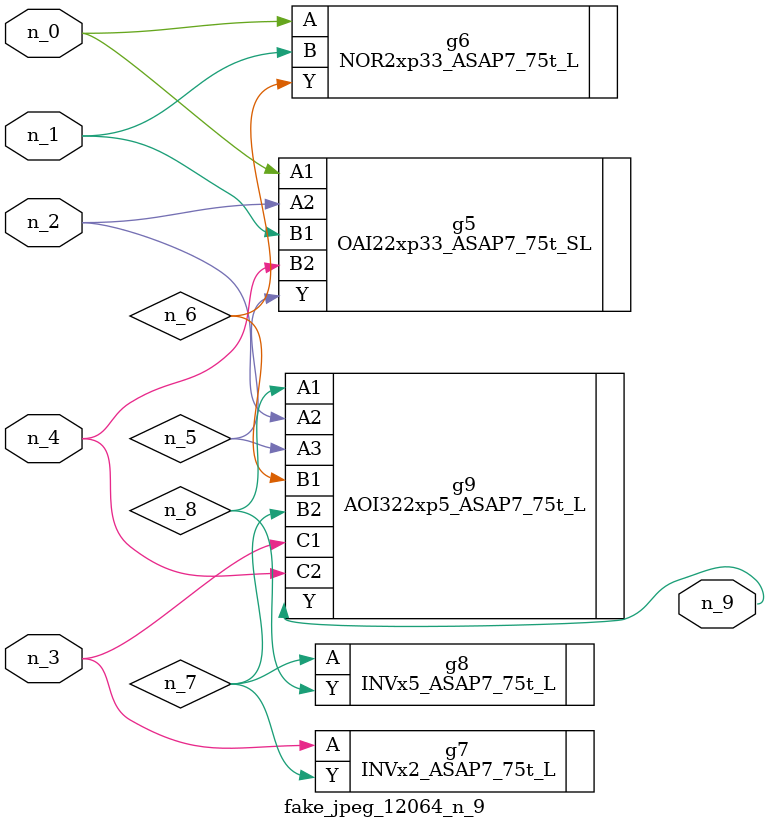
<source format=v>
module fake_jpeg_12064_n_9 (n_3, n_2, n_1, n_0, n_4, n_9);

input n_3;
input n_2;
input n_1;
input n_0;
input n_4;

output n_9;

wire n_8;
wire n_6;
wire n_5;
wire n_7;

OAI22xp33_ASAP7_75t_SL g5 ( 
.A1(n_0),
.A2(n_2),
.B1(n_1),
.B2(n_4),
.Y(n_5)
);

NOR2xp33_ASAP7_75t_L g6 ( 
.A(n_0),
.B(n_1),
.Y(n_6)
);

INVx2_ASAP7_75t_L g7 ( 
.A(n_3),
.Y(n_7)
);

INVx5_ASAP7_75t_L g8 ( 
.A(n_7),
.Y(n_8)
);

AOI322xp5_ASAP7_75t_L g9 ( 
.A1(n_8),
.A2(n_2),
.A3(n_5),
.B1(n_6),
.B2(n_7),
.C1(n_3),
.C2(n_4),
.Y(n_9)
);


endmodule
</source>
